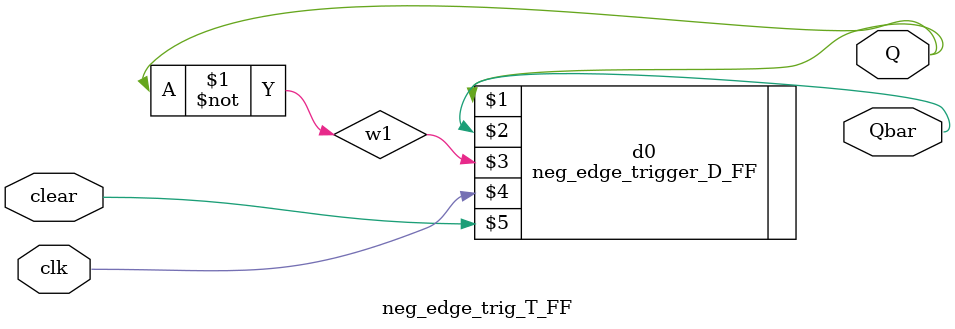
<source format=v>
module neg_edge_trig_T_FF(Q, Qbar, clk, clear);
	
	output Q, Qbar;
	input clk, clear;
	wire w1;
	
	not (w1, Q);
	neg_edge_trigger_D_FF d0(Q, Qbar, w1, clk, clear);

endmodule

</source>
